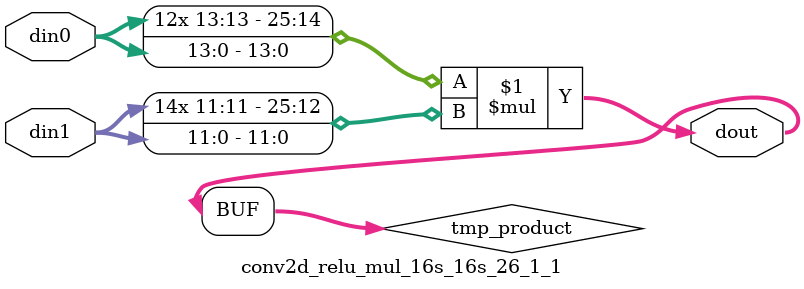
<source format=v>

`timescale 1 ns / 1 ps

 module conv2d_relu_mul_16s_16s_26_1_1(din0, din1, dout);
parameter ID = 1;
parameter NUM_STAGE = 0;
parameter din0_WIDTH = 14;
parameter din1_WIDTH = 12;
parameter dout_WIDTH = 26;

input [din0_WIDTH - 1 : 0] din0; 
input [din1_WIDTH - 1 : 0] din1; 
output [dout_WIDTH - 1 : 0] dout;

wire signed [dout_WIDTH - 1 : 0] tmp_product;



























assign tmp_product = $signed(din0) * $signed(din1);








assign dout = tmp_product;





















endmodule

</source>
